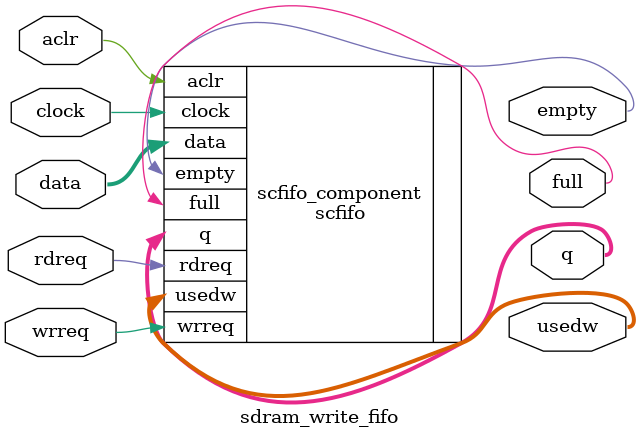
<source format=v>
module sdram_write_fifo (
	input	  				clock,
	input	  				aclr,
	input		[15:0]	data,
	input	  				rdreq,
	input	  				wrreq,
	output	[15:0]  	q,
	output	[5:0]  	usedw,
	output	  			empty,
	output	  			full
);

	scfifo  scfifo_component (
			.clock 	 (clock),
			.aclr 	 (aclr),
			.data 	 (data),
			.rdreq 	 (rdreq),
			.wrreq 	 (wrreq),
			.q 		 (q),
			.usedw  	 (usedw),
			.empty  	 (empty),
			.full   	 (full)
	);
	defparam 
		scfifo_component.intended_device_family = "Cyclone V",
		scfifo_component.lpm_numwords = 64,
		scfifo_component.lpm_showahead = "OFF",
		scfifo_component.lpm_type = "scfifo",
		scfifo_component.lpm_width = 16,
		scfifo_component.lpm_widthu = 6,
		scfifo_component.overflow_checking = "OFF",
		scfifo_component.rdsync_delaypipe = 4,
		scfifo_component.read_aclr_synch = "OFF",
		scfifo_component.underflow_checking = "ON",
		scfifo_component.use_eab = "ON",
		scfifo_component.write_aclr_synch = "OFF",
		scfifo_component.wrsync_delaypipe = 4;
		
endmodule

</source>
